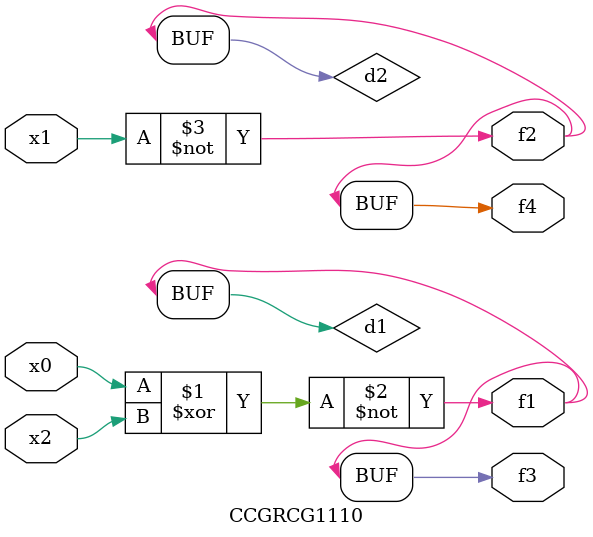
<source format=v>
module CCGRCG1110(
	input x0, x1, x2,
	output f1, f2, f3, f4
);

	wire d1, d2, d3;

	xnor (d1, x0, x2);
	nand (d2, x1);
	nor (d3, x1, x2);
	assign f1 = d1;
	assign f2 = d2;
	assign f3 = d1;
	assign f4 = d2;
endmodule

</source>
